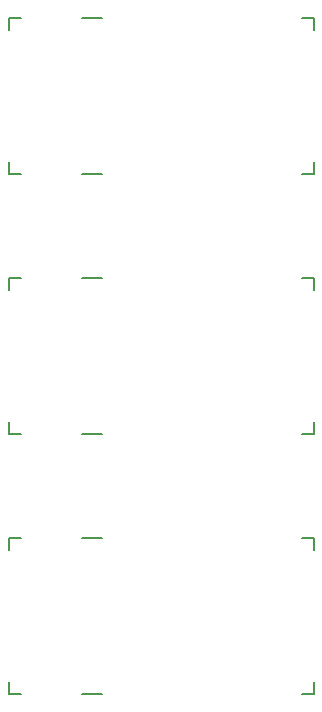
<source format=gbo>
G75*
%MOIN*%
%OFA0B0*%
%FSLAX25Y25*%
%IPPOS*%
%LPD*%
%AMOC8*
5,1,8,0,0,1.08239X$1,22.5*
%
%ADD10C,0.00800*%
D10*
X0132016Y0059772D02*
X0135953Y0059772D01*
X0132016Y0059772D02*
X0132016Y0063709D01*
X0156425Y0059772D02*
X0163118Y0059772D01*
X0132016Y0107803D02*
X0132016Y0111740D01*
X0135953Y0111740D01*
X0156425Y0111740D02*
X0163118Y0111740D01*
X0163118Y0146386D02*
X0156425Y0146386D01*
X0135953Y0146386D02*
X0132016Y0146386D01*
X0132016Y0150323D01*
X0132016Y0194417D02*
X0132016Y0198354D01*
X0135953Y0198354D01*
X0156425Y0198354D02*
X0163118Y0198354D01*
X0163118Y0233000D02*
X0156425Y0233000D01*
X0135953Y0233000D02*
X0132016Y0233000D01*
X0132016Y0236937D01*
X0132016Y0281031D02*
X0132016Y0284969D01*
X0135953Y0284969D01*
X0156425Y0284969D02*
X0163118Y0284969D01*
X0229654Y0284969D02*
X0233591Y0284969D01*
X0233591Y0281031D01*
X0233591Y0236937D02*
X0233591Y0233000D01*
X0229654Y0233000D01*
X0229654Y0198354D02*
X0233591Y0198354D01*
X0233591Y0194417D01*
X0233591Y0150323D02*
X0233591Y0146386D01*
X0229654Y0146386D01*
X0229654Y0111740D02*
X0233591Y0111740D01*
X0233591Y0107803D01*
X0233591Y0063709D02*
X0233591Y0059772D01*
X0229654Y0059772D01*
M02*

</source>
